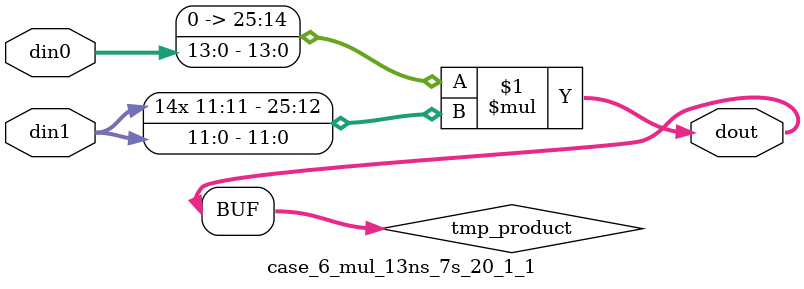
<source format=v>

`timescale 1 ns / 1 ps

 (* use_dsp = "no" *)  module case_6_mul_13ns_7s_20_1_1(din0, din1, dout);
parameter ID = 1;
parameter NUM_STAGE = 0;
parameter din0_WIDTH = 14;
parameter din1_WIDTH = 12;
parameter dout_WIDTH = 26;

input [din0_WIDTH - 1 : 0] din0; 
input [din1_WIDTH - 1 : 0] din1; 
output [dout_WIDTH - 1 : 0] dout;

wire signed [dout_WIDTH - 1 : 0] tmp_product;

























assign tmp_product = $signed({1'b0, din0}) * $signed(din1);










assign dout = tmp_product;





















endmodule

</source>
